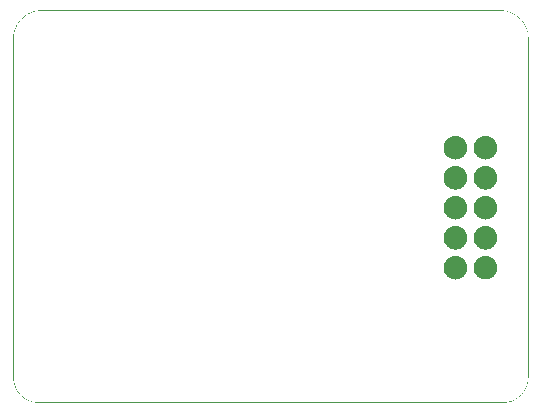
<source format=gbs>
%FSLAX46Y46*%
%MOMM*%
%LPD*%
G01*
%ADD10C,0.050000*%
D10*
%LPD*%
%LPD*%
G36*
X0006498742Y0036853472D02*
G01*
X0006438992Y0036848923D01*
X0006379660Y0036842895D01*
X0006320771Y0036835406D01*
X0006262336Y0036826474D01*
X0006204380Y0036816119D01*
X0006146915Y0036804358D01*
X0006089967Y0036791211D01*
X0006033548Y0036776694D01*
X0005977679Y0036760827D01*
X0005922381Y0036743629D01*
X0005867668Y0036725117D01*
X0005813561Y0036705309D01*
X0005760079Y0036684225D01*
X0005707240Y0036661884D01*
X0005655062Y0036638301D01*
X0005603565Y0036613498D01*
X0005552767Y0036587492D01*
X0005502685Y0036560301D01*
X0005453341Y0036531943D01*
X0005404752Y0036502439D01*
X0005356936Y0036471804D01*
X0005309912Y0036440057D01*
X0005263700Y0036407220D01*
X0005218318Y0036373308D01*
X0005173784Y0036338340D01*
X0005130117Y0036302334D01*
X0005087336Y0036265310D01*
X0005045461Y0036227287D01*
X0005004509Y0036188281D01*
X0004964498Y0036148312D01*
X0004925449Y0036107397D01*
X0004887379Y0036065557D01*
X0004850308Y0036022809D01*
X0004814254Y0035979172D01*
X0004779234Y0035934662D01*
X0004745270Y0035889301D01*
X0004712380Y0035843107D01*
X0004680580Y0035796097D01*
X0004649891Y0035748289D01*
X0004620332Y0035699703D01*
X0004591920Y0035650358D01*
X0004564674Y0035600270D01*
X0004538614Y0035549460D01*
X0004513758Y0035497944D01*
X0004490123Y0035445743D01*
X0004467730Y0035392872D01*
X0004446597Y0035339354D01*
X0004426741Y0035285203D01*
X0004408183Y0035230441D01*
X0004390940Y0035175082D01*
X0004375032Y0035119149D01*
X0004360476Y0035062657D01*
X0004347292Y0035005627D01*
X0004335497Y0034948073D01*
X0004325112Y0034890018D01*
X0004316154Y0034831477D01*
X0004308643Y0034772470D01*
X0004302596Y0034713015D01*
X0004298032Y0034653128D01*
X0004294971Y0034592830D01*
X0004293431Y0034532102D01*
X0004293302Y0034501593D01*
X0004293302Y0005930220D01*
X0004293419Y0005899714D01*
X0004294824Y0005839107D01*
X0004297615Y0005779085D01*
X0004301778Y0005719625D01*
X0004307297Y0005660742D01*
X0004314156Y0005602445D01*
X0004322339Y0005544754D01*
X0004331829Y0005487676D01*
X0004342612Y0005431228D01*
X0004354671Y0005375422D01*
X0004367991Y0005320270D01*
X0004382555Y0005265786D01*
X0004398348Y0005211985D01*
X0004415353Y0005158879D01*
X0004433556Y0005106479D01*
X0004452940Y0005054801D01*
X0004473490Y0005003857D01*
X0004495189Y0004953662D01*
X0004518023Y0004904227D01*
X0004541974Y0004855568D01*
X0004567029Y0004807692D01*
X0004593170Y0004760620D01*
X0004620382Y0004714361D01*
X0004648650Y0004668929D01*
X0004677958Y0004624336D01*
X0004708289Y0004580600D01*
X0004739630Y0004537727D01*
X0004771962Y0004495737D01*
X0004805272Y0004454639D01*
X0004839543Y0004414449D01*
X0004874761Y0004375178D01*
X0004910909Y0004336840D01*
X0004947970Y0004299452D01*
X0004985932Y0004263021D01*
X0005024776Y0004227565D01*
X0005064488Y0004193095D01*
X0005105052Y0004159627D01*
X0005146454Y0004127170D01*
X0005188676Y0004095741D01*
X0005231703Y0004065353D01*
X0005275521Y0004036019D01*
X0005320113Y0004007751D01*
X0005365463Y0003980564D01*
X0005411556Y0003954472D01*
X0005458379Y0003929486D01*
X0005505912Y0003905621D01*
X0005554141Y0003882892D01*
X0005603052Y0003861309D01*
X0005652630Y0003840888D01*
X0005702855Y0003821642D01*
X0005753717Y0003803583D01*
X0005805199Y0003786726D01*
X0005857281Y0003771085D01*
X0005909953Y0003756673D01*
X0005963198Y0003743503D01*
X0006016999Y0003731588D01*
X0006071342Y0003720943D01*
X0006126212Y0003711581D01*
X0006181591Y0003703515D01*
X0006237465Y0003696760D01*
X0006293821Y0003691328D01*
X0006350640Y0003687234D01*
X0006407907Y0003684491D01*
X0006465642Y0003683112D01*
X0006494668Y0003682997D01*
X0045698751Y0003682997D01*
X0045724472Y0003683112D01*
X0045775898Y0003684489D01*
X0045827195Y0003687227D01*
X0045878381Y0003691315D01*
X0045929432Y0003696739D01*
X0045980289Y0003703481D01*
X0046056311Y0003715892D01*
X0046156905Y0003737171D01*
X0046256410Y0003763495D01*
X0046354673Y0003794765D01*
X0046451506Y0003830874D01*
X0046546722Y0003871716D01*
X0046640130Y0003917183D01*
X0046731543Y0003967167D01*
X0046820772Y0004021562D01*
X0046907628Y0004080259D01*
X0046991923Y0004143151D01*
X0047073468Y0004210128D01*
X0047152075Y0004281083D01*
X0047227556Y0004355908D01*
X0047299723Y0004434494D01*
X0047368388Y0004516731D01*
X0047433364Y0004602514D01*
X0047494483Y0004691761D01*
X0047537521Y0004760969D01*
X0047564969Y0004808022D01*
X0047591363Y0004855907D01*
X0047616658Y0004904576D01*
X0047640832Y0004954016D01*
X0047663861Y0005004214D01*
X0047685724Y0005055159D01*
X0047706395Y0005106832D01*
X0047725853Y0005159228D01*
X0047744072Y0005212326D01*
X0047761030Y0005266115D01*
X0047776704Y0005320584D01*
X0047791071Y0005375719D01*
X0047804106Y0005431505D01*
X0047815787Y0005487930D01*
X0047826090Y0005544981D01*
X0047834992Y0005602646D01*
X0047842469Y0005660909D01*
X0047848497Y0005719760D01*
X0047853054Y0005779183D01*
X0047856116Y0005839167D01*
X0047857659Y0005899738D01*
X0047857789Y0005930222D01*
X0047857789Y0034501594D01*
X0047857660Y0034532103D01*
X0047856124Y0034592832D01*
X0047853073Y0034653131D01*
X0047848524Y0034713019D01*
X0047842495Y0034772476D01*
X0047835006Y0034831485D01*
X0047826075Y0034890025D01*
X0047815719Y0034948083D01*
X0047803958Y0035005636D01*
X0047790810Y0035062668D01*
X0047776293Y0035119160D01*
X0047760427Y0035175095D01*
X0047743228Y0035230453D01*
X0047724716Y0035285216D01*
X0047704909Y0035339367D01*
X0047683825Y0035392885D01*
X0047661483Y0035445756D01*
X0047637901Y0035497957D01*
X0047613098Y0035549474D01*
X0047587092Y0035600283D01*
X0047559901Y0035650371D01*
X0047531544Y0035699717D01*
X0047502040Y0035748301D01*
X0047471405Y0035796109D01*
X0047439660Y0035843119D01*
X0047406823Y0035889312D01*
X0047372911Y0035934673D01*
X0047337944Y0035979180D01*
X0047301939Y0036022818D01*
X0047264916Y0036065565D01*
X0047226893Y0036107405D01*
X0047187887Y0036148319D01*
X0047147920Y0036188286D01*
X0047107005Y0036227292D01*
X0047065166Y0036265315D01*
X0047022419Y0036302338D01*
X0046978781Y0036338343D01*
X0046934274Y0036373310D01*
X0046888913Y0036407222D01*
X0046842719Y0036440059D01*
X0046795710Y0036471804D01*
X0046747902Y0036502439D01*
X0046699318Y0036531943D01*
X0046649972Y0036560300D01*
X0046599883Y0036587492D01*
X0046549074Y0036613497D01*
X0046497558Y0036638301D01*
X0046445357Y0036661882D01*
X0046392486Y0036684225D01*
X0046338968Y0036705308D01*
X0046284817Y0036725115D01*
X0046230054Y0036743627D01*
X0046174695Y0036760826D01*
X0046118761Y0036776693D01*
X0046062268Y0036791209D01*
X0046005236Y0036804357D01*
X0045947684Y0036816118D01*
X0045889626Y0036826474D01*
X0045831086Y0036835405D01*
X0045772077Y0036842895D01*
X0045712620Y0036848923D01*
X0045652732Y0036853472D01*
X0045592433Y0036856523D01*
X0045531703Y0036858059D01*
X0045501194Y0036858188D01*
X0006649896Y0036858188D01*
X0045599205Y0036891504D01*
X0045654960Y0036888682D01*
X0045715736Y0036884066D01*
X0045776078Y0036877948D01*
X0045835967Y0036870347D01*
X0045895385Y0036861281D01*
X0045954313Y0036850770D01*
X0046012732Y0036838832D01*
X0046070623Y0036825486D01*
X0046127966Y0036810751D01*
X0046184744Y0036794645D01*
X0046240937Y0036777187D01*
X0046296527Y0036758396D01*
X0046351494Y0036738290D01*
X0046405820Y0036716888D01*
X0046459487Y0036694210D01*
X0046512474Y0036670273D01*
X0046564765Y0036645096D01*
X0046616339Y0036618699D01*
X0046667178Y0036591100D01*
X0046717264Y0036562318D01*
X0046766577Y0036532371D01*
X0046815100Y0036501278D01*
X0046862813Y0036469058D01*
X0046909698Y0036435730D01*
X0046955735Y0036401312D01*
X0047000908Y0036365823D01*
X0047045195Y0036329281D01*
X0047088580Y0036291706D01*
X0047131044Y0036253116D01*
X0047172566Y0036213530D01*
X0047213130Y0036172966D01*
X0047252717Y0036131443D01*
X0047291307Y0036088979D01*
X0047328882Y0036045595D01*
X0047365423Y0036001307D01*
X0047400913Y0035956135D01*
X0047435331Y0035910097D01*
X0047468659Y0035863212D01*
X0047500879Y0035815499D01*
X0047531972Y0035766977D01*
X0047561919Y0035717663D01*
X0047590701Y0035667577D01*
X0047618300Y0035616738D01*
X0047644697Y0035565164D01*
X0047669874Y0035512873D01*
X0047693810Y0035459886D01*
X0047716489Y0035406219D01*
X0047737891Y0035351893D01*
X0047757996Y0035296926D01*
X0047776788Y0035241336D01*
X0047794246Y0035185143D01*
X0047810352Y0035128365D01*
X0047825087Y0035071022D01*
X0047838433Y0035013131D01*
X0047850371Y0034954712D01*
X0047860882Y0034895784D01*
X0047869947Y0034836366D01*
X0047877548Y0034776477D01*
X0047883667Y0034716135D01*
X0047888283Y0034655360D01*
X0047891379Y0034594170D01*
X0047892936Y0034532622D01*
X0047893066Y0034501672D01*
X0047893066Y0005930151D01*
X0047892935Y0005899213D01*
X0047891371Y0005837819D01*
X0047888263Y0005776935D01*
X0047883637Y0005716613D01*
X0047877517Y0005656866D01*
X0047869925Y0005597708D01*
X0047860886Y0005539155D01*
X0047850423Y0005481219D01*
X0047838561Y0005423915D01*
X0047825321Y0005367256D01*
X0047810730Y0005311258D01*
X0047794809Y0005255933D01*
X0047777584Y0005201296D01*
X0047759077Y0005147360D01*
X0047739313Y0005094140D01*
X0047718315Y0005041649D01*
X0047696108Y0004989901D01*
X0047672715Y0004938911D01*
X0047648160Y0004888691D01*
X0047622466Y0004839255D01*
X0047595658Y0004790618D01*
X0047567741Y0004742762D01*
X0047524030Y0004672471D01*
X0047461994Y0004581885D01*
X0047396004Y0004494764D01*
X0047326269Y0004411245D01*
X0047252980Y0004331437D01*
X0047176325Y0004255449D01*
X0047096495Y0004183390D01*
X0047013678Y0004115368D01*
X0046928064Y0004051492D01*
X0046839840Y0003991870D01*
X0046749197Y0003936613D01*
X0046656322Y0003885829D01*
X0046561403Y0003839627D01*
X0046464630Y0003798117D01*
X0046366192Y0003761409D01*
X0046266276Y0003729614D01*
X0046165072Y0003702840D01*
X0046062806Y0003681207D01*
X0045985450Y0003668579D01*
X0045933615Y0003661707D01*
X0045881650Y0003656186D01*
X0045829540Y0003652024D01*
X0045777310Y0003649236D01*
X0045725024Y0003647836D01*
X0045698830Y0003647719D01*
X0006494598Y0003647719D01*
X0006465152Y0003647836D01*
X0006406642Y0003649234D01*
X0006348528Y0003652017D01*
X0006290860Y0003656173D01*
X0006233656Y0003661686D01*
X0006176931Y0003668544D01*
X0006120702Y0003676734D01*
X0006064984Y0003686240D01*
X0006009793Y0003697051D01*
X0005955147Y0003709153D01*
X0005901061Y0003722531D01*
X0005847551Y0003737173D01*
X0005794634Y0003753065D01*
X0005742325Y0003770193D01*
X0005690641Y0003788543D01*
X0005639598Y0003808102D01*
X0005589212Y0003828857D01*
X0005539499Y0003850793D01*
X0005490475Y0003873897D01*
X0005442157Y0003898156D01*
X0005394560Y0003923555D01*
X0005347701Y0003950081D01*
X0005301596Y0003977720D01*
X0005256261Y0004006459D01*
X0005211712Y0004036283D01*
X0005167965Y0004067180D01*
X0005125036Y0004099135D01*
X0005082941Y0004132134D01*
X0005041697Y0004166165D01*
X0005001319Y0004201212D01*
X0004961823Y0004237263D01*
X0004923226Y0004274303D01*
X0004885543Y0004312319D01*
X0004848791Y0004351297D01*
X0004812986Y0004391224D01*
X0004778143Y0004432084D01*
X0004744279Y0004473865D01*
X0004711409Y0004516553D01*
X0004679550Y0004560134D01*
X0004648718Y0004604594D01*
X0004618929Y0004649919D01*
X0004590198Y0004696096D01*
X0004562541Y0004743110D01*
X0004535975Y0004790948D01*
X0004510516Y0004839595D01*
X0004486179Y0004889039D01*
X0004462980Y0004939265D01*
X0004440936Y0004990258D01*
X0004420062Y0005042006D01*
X0004400374Y0005094494D01*
X0004381888Y0005147709D01*
X0004364619Y0005201636D01*
X0004348585Y0005256262D01*
X0004333799Y0005311572D01*
X0004320279Y0005367554D01*
X0004308041Y0005424192D01*
X0004297099Y0005481473D01*
X0004287470Y0005539382D01*
X0004279169Y0005597907D01*
X0004272212Y0005657033D01*
X0004266616Y0005716747D01*
X0004262395Y0005777033D01*
X0004259565Y0005837879D01*
X0004258143Y0005899237D01*
X0004258024Y0005930155D01*
X0004258024Y0034501672D01*
X0004258155Y0034532623D01*
X0004259716Y0034594172D01*
X0004262823Y0034655363D01*
X0004267454Y0034716140D01*
X0004273591Y0034776483D01*
X0004281215Y0034836373D01*
X0004290308Y0034895793D01*
X0004300849Y0034954722D01*
X0004312821Y0035013141D01*
X0004326204Y0035071033D01*
X0004340979Y0035128377D01*
X0004357128Y0035185155D01*
X0004374631Y0035241349D01*
X0004393470Y0035296939D01*
X0004413625Y0035351906D01*
X0004435077Y0035406233D01*
X0004457808Y0035459899D01*
X0004481798Y0035512887D01*
X0004507028Y0035565177D01*
X0004533480Y0035616751D01*
X0004561134Y0035667590D01*
X0004589972Y0035717676D01*
X0004619974Y0035766989D01*
X0004651122Y0035815511D01*
X0004683396Y0035863223D01*
X0004716778Y0035910108D01*
X0004751249Y0035956145D01*
X0004786789Y0036001316D01*
X0004823380Y0036045603D01*
X0004861003Y0036088988D01*
X0004899639Y0036131450D01*
X0004939268Y0036172972D01*
X0004979873Y0036213536D01*
X0005021434Y0036253121D01*
X0005063933Y0036291711D01*
X0005107350Y0036329285D01*
X0005151666Y0036365826D01*
X0005196863Y0036401314D01*
X0005242922Y0036435732D01*
X0005289823Y0036469060D01*
X0005337548Y0036501279D01*
X0005386078Y0036532371D01*
X0005435395Y0036562318D01*
X0005485478Y0036591100D01*
X0005536310Y0036618699D01*
X0005587870Y0036645096D01*
X0005640141Y0036670272D01*
X0005693104Y0036694208D01*
X0005746739Y0036716887D01*
X0005801027Y0036738288D01*
X0005855949Y0036758394D01*
X0005911487Y0036777185D01*
X0005967621Y0036794643D01*
X0006024332Y0036810750D01*
X0006081602Y0036825485D01*
X0006139410Y0036838831D01*
X0006197739Y0036850769D01*
X0006256568Y0036861280D01*
X0006269795Y0036863302D01*
X0006619469Y0036858059D01*
X0006558896Y0036856523D01*
G37*
G36*
X0045532223Y0036893335D02*
G01*
X0045593771Y0036891779D01*
X0045599205Y0036891504D01*
X0006649896Y0036858188D01*
X0006619469Y0036858059D01*
X0006269795Y0036863302D01*
X0006315879Y0036870346D01*
X0006375652Y0036877947D01*
X0006435869Y0036884065D01*
X0006496509Y0036888682D01*
X0006557555Y0036891778D01*
X0006618949Y0036893335D01*
X0006649818Y0036893466D01*
X0045501273Y0036893466D01*
G37*
%LPD*%
G36*
X0044267730Y0016093325D02*
G01*
X0044319003Y0016090421D01*
X0044369562Y0016085007D01*
X0044419344Y0016077144D01*
X0044468287Y0016066897D01*
X0044516328Y0016054327D01*
X0044563404Y0016039497D01*
X0044609452Y0016022470D01*
X0044654411Y0016003308D01*
X0044698216Y0015982075D01*
X0044740807Y0015958832D01*
X0044782119Y0015933643D01*
X0044822091Y0015906570D01*
X0044860659Y0015877675D01*
X0044897761Y0015847022D01*
X0044933335Y0015814673D01*
X0044967318Y0015780690D01*
X0044999646Y0015745137D01*
X0045030258Y0015708076D01*
X0045059090Y0015669570D01*
X0045086081Y0015629681D01*
X0045111167Y0015588472D01*
X0045134286Y0015546006D01*
X0045155374Y0015502345D01*
X0045174371Y0015457552D01*
X0045191212Y0015411689D01*
X0045205835Y0015364820D01*
X0045218177Y0015317007D01*
X0045228177Y0015268312D01*
X0045235770Y0015218799D01*
X0045240895Y0015168529D01*
X0045243489Y0015117566D01*
X0045243708Y0015091819D01*
X0045243489Y0015066072D01*
X0045240895Y0015015110D01*
X0045235770Y0014964842D01*
X0045228177Y0014915331D01*
X0045218177Y0014866642D01*
X0045205835Y0014818836D01*
X0045191212Y0014771979D01*
X0045174371Y0014726132D01*
X0045155374Y0014681360D01*
X0045134286Y0014637725D01*
X0045111167Y0014595291D01*
X0045086081Y0014554121D01*
X0045059090Y0014514278D01*
X0045030258Y0014475827D01*
X0044999646Y0014438829D01*
X0044967318Y0014403349D01*
X0044933335Y0014369449D01*
X0044897761Y0014337193D01*
X0044860659Y0014306645D01*
X0044822091Y0014277867D01*
X0044782119Y0014250923D01*
X0044740807Y0014225876D01*
X0044698216Y0014202789D01*
X0044654411Y0014181727D01*
X0044609452Y0014162751D01*
X0044563404Y0014145926D01*
X0044516328Y0014131314D01*
X0044468287Y0014118980D01*
X0044419344Y0014108986D01*
X0044369562Y0014101395D01*
X0044319003Y0014096271D01*
X0044267730Y0014093678D01*
X0044241820Y0014093459D01*
X0044216073Y0014093678D01*
X0044165110Y0014096271D01*
X0044114842Y0014101395D01*
X0044065332Y0014108986D01*
X0044016642Y0014118980D01*
X0043968837Y0014131314D01*
X0043921979Y0014145926D01*
X0043876133Y0014162751D01*
X0043831360Y0014181727D01*
X0043787725Y0014202789D01*
X0043745291Y0014225876D01*
X0043704121Y0014250923D01*
X0043664279Y0014277867D01*
X0043625827Y0014306645D01*
X0043588830Y0014337193D01*
X0043553349Y0014369449D01*
X0043519449Y0014403349D01*
X0043487194Y0014438829D01*
X0043456645Y0014475827D01*
X0043427867Y0014514278D01*
X0043400923Y0014554121D01*
X0043375876Y0014595291D01*
X0043352790Y0014637725D01*
X0043331727Y0014681360D01*
X0043312752Y0014726132D01*
X0043295927Y0014771979D01*
X0043281315Y0014818836D01*
X0043268980Y0014866642D01*
X0043258986Y0014915331D01*
X0043251396Y0014964842D01*
X0043246272Y0015015110D01*
X0043243678Y0015066072D01*
X0043243460Y0015091819D01*
X0043243678Y0015117730D01*
X0043246272Y0015169003D01*
X0043251396Y0015219562D01*
X0043258986Y0015269344D01*
X0043268980Y0015318287D01*
X0043281315Y0015366327D01*
X0043295927Y0015413403D01*
X0043312752Y0015459452D01*
X0043331727Y0015504410D01*
X0043352790Y0015548216D01*
X0043375876Y0015590806D01*
X0043400923Y0015632118D01*
X0043427867Y0015672090D01*
X0043456645Y0015710658D01*
X0043487194Y0015747761D01*
X0043519449Y0015783335D01*
X0043553349Y0015817317D01*
X0043588830Y0015849645D01*
X0043625827Y0015880257D01*
X0043664279Y0015909090D01*
X0043704121Y0015936080D01*
X0043745291Y0015961166D01*
X0043787725Y0015984285D01*
X0043831360Y0016005374D01*
X0043876133Y0016024370D01*
X0043921979Y0016041211D01*
X0043968837Y0016055834D01*
X0044016642Y0016068177D01*
X0044065332Y0016078176D01*
X0044114842Y0016085770D01*
X0044165110Y0016090895D01*
X0044216073Y0016093488D01*
X0044241820Y0016093707D01*
G37*
%LPD*%
G36*
X0041727733Y0016089961D02*
G01*
X0041779006Y0016087367D01*
X0041829565Y0016082242D01*
X0041879347Y0016074648D01*
X0041928289Y0016064649D01*
X0041976330Y0016052306D01*
X0042023406Y0016037683D01*
X0042069454Y0016020842D01*
X0042114413Y0016001846D01*
X0042158219Y0015980757D01*
X0042200809Y0015957638D01*
X0042242121Y0015932552D01*
X0042282093Y0015905562D01*
X0042320661Y0015876729D01*
X0042357764Y0015846118D01*
X0042393337Y0015813789D01*
X0042427320Y0015779807D01*
X0042459648Y0015744233D01*
X0042490260Y0015707131D01*
X0042519093Y0015668562D01*
X0042546083Y0015628591D01*
X0042571169Y0015587278D01*
X0042594288Y0015544688D01*
X0042615377Y0015500882D01*
X0042634373Y0015455924D01*
X0042651214Y0015409875D01*
X0042665837Y0015362799D01*
X0042678180Y0015314759D01*
X0042688179Y0015265816D01*
X0042695773Y0015216034D01*
X0042700898Y0015165475D01*
X0042703491Y0015114202D01*
X0042703710Y0015088291D01*
X0042703491Y0015062545D01*
X0042700898Y0015011582D01*
X0042695773Y0014961314D01*
X0042688179Y0014911803D01*
X0042678180Y0014863114D01*
X0042665837Y0014815309D01*
X0042651214Y0014768451D01*
X0042634373Y0014722604D01*
X0042615377Y0014677832D01*
X0042594288Y0014634197D01*
X0042571169Y0014591763D01*
X0042546083Y0014550593D01*
X0042519093Y0014510751D01*
X0042490260Y0014472299D01*
X0042459648Y0014435301D01*
X0042427320Y0014399821D01*
X0042393337Y0014365921D01*
X0042357764Y0014333665D01*
X0042320661Y0014303117D01*
X0042282093Y0014274339D01*
X0042242121Y0014247395D01*
X0042200809Y0014222348D01*
X0042158219Y0014199262D01*
X0042114413Y0014178199D01*
X0042069454Y0014159223D01*
X0042023406Y0014142398D01*
X0041976330Y0014127787D01*
X0041928289Y0014115452D01*
X0041879347Y0014105458D01*
X0041829565Y0014097867D01*
X0041779006Y0014092744D01*
X0041727733Y0014090150D01*
X0041701822Y0014089931D01*
X0041676075Y0014090150D01*
X0041625113Y0014092744D01*
X0041574845Y0014097867D01*
X0041525334Y0014105458D01*
X0041476645Y0014115452D01*
X0041428839Y0014127787D01*
X0041381982Y0014142398D01*
X0041336135Y0014159223D01*
X0041291363Y0014178199D01*
X0041247728Y0014199262D01*
X0041205294Y0014222348D01*
X0041164124Y0014247395D01*
X0041124281Y0014274339D01*
X0041085830Y0014303117D01*
X0041048832Y0014333665D01*
X0041013352Y0014365921D01*
X0040979452Y0014399821D01*
X0040947196Y0014435301D01*
X0040916648Y0014472299D01*
X0040887870Y0014510751D01*
X0040860926Y0014550593D01*
X0040835879Y0014591763D01*
X0040812792Y0014634197D01*
X0040791730Y0014677832D01*
X0040772754Y0014722604D01*
X0040755929Y0014768451D01*
X0040741317Y0014815309D01*
X0040728983Y0014863114D01*
X0040718989Y0014911803D01*
X0040711398Y0014961314D01*
X0040706274Y0015011582D01*
X0040703681Y0015062545D01*
X0040703462Y0015088291D01*
X0040703681Y0015114202D01*
X0040706274Y0015165475D01*
X0040711398Y0015216034D01*
X0040718989Y0015265816D01*
X0040728983Y0015314759D01*
X0040741317Y0015362799D01*
X0040755929Y0015409875D01*
X0040772754Y0015455924D01*
X0040791730Y0015500882D01*
X0040812792Y0015544688D01*
X0040835879Y0015587278D01*
X0040860926Y0015628591D01*
X0040887870Y0015668562D01*
X0040916648Y0015707131D01*
X0040947196Y0015744233D01*
X0040979452Y0015779807D01*
X0041013352Y0015813789D01*
X0041048832Y0015846118D01*
X0041085830Y0015876729D01*
X0041124281Y0015905562D01*
X0041164124Y0015932552D01*
X0041205294Y0015957638D01*
X0041247728Y0015980757D01*
X0041291363Y0016001846D01*
X0041336135Y0016020842D01*
X0041381982Y0016037683D01*
X0041428839Y0016052306D01*
X0041476645Y0016064649D01*
X0041525334Y0016074648D01*
X0041574845Y0016082242D01*
X0041625113Y0016087367D01*
X0041676075Y0016089961D01*
X0041701822Y0016090179D01*
G37*
%LPD*%
G36*
X0044267730Y0018626594D02*
G01*
X0044319003Y0018624311D01*
X0044369562Y0018619476D01*
X0044419344Y0018612155D01*
X0044468287Y0018602408D01*
X0044516328Y0018590301D01*
X0044563404Y0018575896D01*
X0044609452Y0018559257D01*
X0044654411Y0018540447D01*
X0044698216Y0018519529D01*
X0044740807Y0018496567D01*
X0044782119Y0018471623D01*
X0044822091Y0018444762D01*
X0044860659Y0018416046D01*
X0044897761Y0018385539D01*
X0044933335Y0018353304D01*
X0044967318Y0018319404D01*
X0044999646Y0018283903D01*
X0045030258Y0018246864D01*
X0045059090Y0018208350D01*
X0045086081Y0018168425D01*
X0045111167Y0018127152D01*
X0045134286Y0018084594D01*
X0045155374Y0018040814D01*
X0045174371Y0017995876D01*
X0045191212Y0017949843D01*
X0045205835Y0017902779D01*
X0045218177Y0017854747D01*
X0045228177Y0017805809D01*
X0045235770Y0017756030D01*
X0045240895Y0017705472D01*
X0045243489Y0017654200D01*
X0045243708Y0017628289D01*
X0045243489Y0017602379D01*
X0045240895Y0017551106D01*
X0045235770Y0017500547D01*
X0045228177Y0017450765D01*
X0045218177Y0017401822D01*
X0045205835Y0017353781D01*
X0045191212Y0017306705D01*
X0045174371Y0017260657D01*
X0045155374Y0017215698D01*
X0045134286Y0017171893D01*
X0045111167Y0017129302D01*
X0045086081Y0017087990D01*
X0045059090Y0017048018D01*
X0045030258Y0017009450D01*
X0044999646Y0016972348D01*
X0044967318Y0016936774D01*
X0044933335Y0016902791D01*
X0044897761Y0016870463D01*
X0044860659Y0016839851D01*
X0044822091Y0016811019D01*
X0044782119Y0016784028D01*
X0044740807Y0016758942D01*
X0044698216Y0016735823D01*
X0044654411Y0016714735D01*
X0044609452Y0016695738D01*
X0044563404Y0016678897D01*
X0044516328Y0016664274D01*
X0044468287Y0016651932D01*
X0044419344Y0016641932D01*
X0044369562Y0016634339D01*
X0044319003Y0016629214D01*
X0044267730Y0016626620D01*
X0044241820Y0016626401D01*
X0044216073Y0016626620D01*
X0044165110Y0016629214D01*
X0044114842Y0016634339D01*
X0044065332Y0016641932D01*
X0044016642Y0016651932D01*
X0043968837Y0016664274D01*
X0043921979Y0016678897D01*
X0043876133Y0016695738D01*
X0043831360Y0016714735D01*
X0043787725Y0016735823D01*
X0043745291Y0016758942D01*
X0043704121Y0016784028D01*
X0043664279Y0016811019D01*
X0043625827Y0016839851D01*
X0043588830Y0016870463D01*
X0043553349Y0016902791D01*
X0043519449Y0016936774D01*
X0043487194Y0016972348D01*
X0043456645Y0017009450D01*
X0043427867Y0017048018D01*
X0043400923Y0017087990D01*
X0043375876Y0017129302D01*
X0043352790Y0017171893D01*
X0043331727Y0017215698D01*
X0043312752Y0017260657D01*
X0043295927Y0017306705D01*
X0043281315Y0017353781D01*
X0043268980Y0017401822D01*
X0043258986Y0017450765D01*
X0043251396Y0017500547D01*
X0043246272Y0017551106D01*
X0043243678Y0017602379D01*
X0043243460Y0017628289D01*
X0043243678Y0017654036D01*
X0043246272Y0017704999D01*
X0043251396Y0017755267D01*
X0043258986Y0017804777D01*
X0043268980Y0017853467D01*
X0043281315Y0017901272D01*
X0043295927Y0017948130D01*
X0043312752Y0017993976D01*
X0043331727Y0018038749D01*
X0043352790Y0018082384D01*
X0043375876Y0018124818D01*
X0043400923Y0018165987D01*
X0043427867Y0018205830D01*
X0043456645Y0018244282D01*
X0043487194Y0018281279D01*
X0043519449Y0018316760D01*
X0043553349Y0018350660D01*
X0043588830Y0018382915D01*
X0043625827Y0018413464D01*
X0043664279Y0018442242D01*
X0043704121Y0018469186D01*
X0043745291Y0018494233D01*
X0043787725Y0018517319D01*
X0043831360Y0018538382D01*
X0043876133Y0018557357D01*
X0043921979Y0018574182D01*
X0043968837Y0018588794D01*
X0044016642Y0018601128D01*
X0044065332Y0018611123D01*
X0044114842Y0018618713D01*
X0044165110Y0018623837D01*
X0044216073Y0018626431D01*
X0044241820Y0018626649D01*
G37*
%LPD*%
G36*
X0044267730Y0021169956D02*
G01*
X0044319003Y0021167362D01*
X0044369562Y0021162237D01*
X0044419344Y0021154644D01*
X0044468287Y0021144644D01*
X0044516328Y0021132302D01*
X0044563404Y0021117678D01*
X0044609452Y0021100837D01*
X0044654411Y0021081841D01*
X0044698216Y0021060752D01*
X0044740807Y0021037634D01*
X0044782119Y0021012548D01*
X0044822091Y0020985557D01*
X0044860659Y0020956725D01*
X0044897761Y0020926113D01*
X0044933335Y0020893784D01*
X0044967318Y0020859802D01*
X0044999646Y0020824228D01*
X0045030258Y0020787126D01*
X0045059090Y0020748558D01*
X0045086081Y0020708586D01*
X0045111167Y0020667274D01*
X0045134286Y0020624683D01*
X0045155374Y0020580877D01*
X0045174371Y0020535919D01*
X0045191212Y0020489870D01*
X0045205835Y0020442795D01*
X0045218177Y0020394754D01*
X0045228177Y0020345811D01*
X0045235770Y0020296029D01*
X0045240895Y0020245470D01*
X0045243489Y0020194197D01*
X0045243708Y0020168287D01*
X0045243489Y0020142540D01*
X0045240895Y0020091577D01*
X0045235770Y0020041309D01*
X0045228177Y0019991799D01*
X0045218177Y0019943109D01*
X0045205835Y0019895304D01*
X0045191212Y0019848446D01*
X0045174371Y0019802600D01*
X0045155374Y0019757827D01*
X0045134286Y0019714192D01*
X0045111167Y0019671758D01*
X0045086081Y0019630588D01*
X0045059090Y0019590746D01*
X0045030258Y0019552294D01*
X0044999646Y0019515296D01*
X0044967318Y0019479816D01*
X0044933335Y0019445916D01*
X0044897761Y0019413661D01*
X0044860659Y0019383112D01*
X0044822091Y0019354334D01*
X0044782119Y0019327390D01*
X0044740807Y0019302343D01*
X0044698216Y0019279257D01*
X0044654411Y0019258194D01*
X0044609452Y0019239219D01*
X0044563404Y0019222393D01*
X0044516328Y0019207782D01*
X0044468287Y0019195447D01*
X0044419344Y0019185453D01*
X0044369562Y0019177863D01*
X0044319003Y0019172739D01*
X0044267730Y0019170145D01*
X0044241820Y0019169927D01*
X0044216073Y0019170145D01*
X0044165110Y0019172739D01*
X0044114842Y0019177863D01*
X0044065332Y0019185453D01*
X0044016642Y0019195447D01*
X0043968837Y0019207782D01*
X0043921979Y0019222393D01*
X0043876133Y0019239219D01*
X0043831360Y0019258194D01*
X0043787725Y0019279257D01*
X0043745291Y0019302343D01*
X0043704121Y0019327390D01*
X0043664279Y0019354334D01*
X0043625827Y0019383112D01*
X0043588830Y0019413661D01*
X0043553349Y0019445916D01*
X0043519449Y0019479816D01*
X0043487194Y0019515296D01*
X0043456645Y0019552294D01*
X0043427867Y0019590746D01*
X0043400923Y0019630588D01*
X0043375876Y0019671758D01*
X0043352790Y0019714192D01*
X0043331727Y0019757827D01*
X0043312752Y0019802600D01*
X0043295927Y0019848446D01*
X0043281315Y0019895304D01*
X0043268980Y0019943109D01*
X0043258986Y0019991799D01*
X0043251396Y0020041309D01*
X0043246272Y0020091577D01*
X0043243678Y0020142540D01*
X0043243460Y0020168287D01*
X0043243678Y0020194197D01*
X0043246272Y0020245470D01*
X0043251396Y0020296029D01*
X0043258986Y0020345811D01*
X0043268980Y0020394754D01*
X0043281315Y0020442795D01*
X0043295927Y0020489870D01*
X0043312752Y0020535919D01*
X0043331727Y0020580877D01*
X0043352790Y0020624683D01*
X0043375876Y0020667274D01*
X0043400923Y0020708586D01*
X0043427867Y0020748558D01*
X0043456645Y0020787126D01*
X0043487194Y0020824228D01*
X0043519449Y0020859802D01*
X0043553349Y0020893784D01*
X0043588830Y0020926113D01*
X0043625827Y0020956725D01*
X0043664279Y0020985557D01*
X0043704121Y0021012548D01*
X0043745291Y0021037634D01*
X0043787725Y0021060752D01*
X0043831360Y0021081841D01*
X0043876133Y0021100837D01*
X0043921979Y0021117678D01*
X0043968837Y0021132302D01*
X0044016642Y0021144644D01*
X0044065332Y0021154644D01*
X0044114842Y0021162237D01*
X0044165110Y0021167362D01*
X0044216073Y0021169956D01*
X0044241820Y0021170175D01*
G37*
%LPD*%
G36*
X0041727733Y0018626594D02*
G01*
X0041779006Y0018624311D01*
X0041829565Y0018619476D01*
X0041879347Y0018612155D01*
X0041928289Y0018602408D01*
X0041976330Y0018590301D01*
X0042023406Y0018575896D01*
X0042069454Y0018559257D01*
X0042114413Y0018540447D01*
X0042158219Y0018519529D01*
X0042200809Y0018496567D01*
X0042242121Y0018471623D01*
X0042282093Y0018444762D01*
X0042320661Y0018416046D01*
X0042357764Y0018385539D01*
X0042393337Y0018353304D01*
X0042427320Y0018319404D01*
X0042459648Y0018283903D01*
X0042490260Y0018246864D01*
X0042519093Y0018208350D01*
X0042546083Y0018168425D01*
X0042571169Y0018127152D01*
X0042594288Y0018084594D01*
X0042615377Y0018040814D01*
X0042634373Y0017995876D01*
X0042651214Y0017949843D01*
X0042665837Y0017902779D01*
X0042678180Y0017854747D01*
X0042688179Y0017805809D01*
X0042695773Y0017756030D01*
X0042700898Y0017705472D01*
X0042703491Y0017654200D01*
X0042703710Y0017628289D01*
X0042703491Y0017602379D01*
X0042700898Y0017551106D01*
X0042695773Y0017500547D01*
X0042688179Y0017450765D01*
X0042678180Y0017401822D01*
X0042665837Y0017353781D01*
X0042651214Y0017306705D01*
X0042634373Y0017260657D01*
X0042615377Y0017215698D01*
X0042594288Y0017171893D01*
X0042571169Y0017129302D01*
X0042546083Y0017087990D01*
X0042519093Y0017048018D01*
X0042490260Y0017009450D01*
X0042459648Y0016972348D01*
X0042427320Y0016936774D01*
X0042393337Y0016902791D01*
X0042357764Y0016870463D01*
X0042320661Y0016839851D01*
X0042282093Y0016811019D01*
X0042242121Y0016784028D01*
X0042200809Y0016758942D01*
X0042158219Y0016735823D01*
X0042114413Y0016714735D01*
X0042069454Y0016695738D01*
X0042023406Y0016678897D01*
X0041976330Y0016664274D01*
X0041928289Y0016651932D01*
X0041879347Y0016641932D01*
X0041829565Y0016634339D01*
X0041779006Y0016629214D01*
X0041727733Y0016626620D01*
X0041701822Y0016626401D01*
X0041676075Y0016626620D01*
X0041625113Y0016629214D01*
X0041574845Y0016634339D01*
X0041525334Y0016641932D01*
X0041476645Y0016651932D01*
X0041428839Y0016664274D01*
X0041381982Y0016678897D01*
X0041336135Y0016695738D01*
X0041291363Y0016714735D01*
X0041247728Y0016735823D01*
X0041205294Y0016758942D01*
X0041164124Y0016784028D01*
X0041124281Y0016811019D01*
X0041085830Y0016839851D01*
X0041048832Y0016870463D01*
X0041013352Y0016902791D01*
X0040979452Y0016936774D01*
X0040947196Y0016972348D01*
X0040916648Y0017009450D01*
X0040887870Y0017048018D01*
X0040860926Y0017087990D01*
X0040835879Y0017129302D01*
X0040812792Y0017171893D01*
X0040791730Y0017215698D01*
X0040772754Y0017260657D01*
X0040755929Y0017306705D01*
X0040741317Y0017353781D01*
X0040728983Y0017401822D01*
X0040718989Y0017450765D01*
X0040711398Y0017500547D01*
X0040706274Y0017551106D01*
X0040703681Y0017602379D01*
X0040703462Y0017628289D01*
X0040703681Y0017654036D01*
X0040706274Y0017704999D01*
X0040711398Y0017755267D01*
X0040718989Y0017804777D01*
X0040728983Y0017853467D01*
X0040741317Y0017901272D01*
X0040755929Y0017948130D01*
X0040772754Y0017993976D01*
X0040791730Y0018038749D01*
X0040812792Y0018082384D01*
X0040835879Y0018124818D01*
X0040860926Y0018165987D01*
X0040887870Y0018205830D01*
X0040916648Y0018244282D01*
X0040947196Y0018281279D01*
X0040979452Y0018316760D01*
X0041013352Y0018350660D01*
X0041048832Y0018382915D01*
X0041085830Y0018413464D01*
X0041124281Y0018442242D01*
X0041164124Y0018469186D01*
X0041205294Y0018494233D01*
X0041247728Y0018517319D01*
X0041291363Y0018538382D01*
X0041336135Y0018557357D01*
X0041381982Y0018574182D01*
X0041428839Y0018588794D01*
X0041476645Y0018601128D01*
X0041525334Y0018611123D01*
X0041574845Y0018618713D01*
X0041625113Y0018623837D01*
X0041676075Y0018626431D01*
X0041701822Y0018626649D01*
G37*
%LPD*%
G36*
X0041727733Y0021169956D02*
G01*
X0041779006Y0021167362D01*
X0041829565Y0021162237D01*
X0041879347Y0021154644D01*
X0041928289Y0021144644D01*
X0041976330Y0021132302D01*
X0042023406Y0021117678D01*
X0042069454Y0021100837D01*
X0042114413Y0021081841D01*
X0042158219Y0021060752D01*
X0042200809Y0021037634D01*
X0042242121Y0021012548D01*
X0042282093Y0020985557D01*
X0042320661Y0020956725D01*
X0042357764Y0020926113D01*
X0042393337Y0020893784D01*
X0042427320Y0020859802D01*
X0042459648Y0020824228D01*
X0042490260Y0020787126D01*
X0042519093Y0020748558D01*
X0042546083Y0020708586D01*
X0042571169Y0020667274D01*
X0042594288Y0020624683D01*
X0042615377Y0020580877D01*
X0042634373Y0020535919D01*
X0042651214Y0020489870D01*
X0042665837Y0020442795D01*
X0042678180Y0020394754D01*
X0042688179Y0020345811D01*
X0042695773Y0020296029D01*
X0042700898Y0020245470D01*
X0042703491Y0020194197D01*
X0042703710Y0020168287D01*
X0042703491Y0020142540D01*
X0042700898Y0020091577D01*
X0042695773Y0020041309D01*
X0042688179Y0019991799D01*
X0042678180Y0019943109D01*
X0042665837Y0019895304D01*
X0042651214Y0019848446D01*
X0042634373Y0019802600D01*
X0042615377Y0019757827D01*
X0042594288Y0019714192D01*
X0042571169Y0019671758D01*
X0042546083Y0019630588D01*
X0042519093Y0019590746D01*
X0042490260Y0019552294D01*
X0042459648Y0019515296D01*
X0042427320Y0019479816D01*
X0042393337Y0019445916D01*
X0042357764Y0019413661D01*
X0042320661Y0019383112D01*
X0042282093Y0019354334D01*
X0042242121Y0019327390D01*
X0042200809Y0019302343D01*
X0042158219Y0019279257D01*
X0042114413Y0019258194D01*
X0042069454Y0019239219D01*
X0042023406Y0019222393D01*
X0041976330Y0019207782D01*
X0041928289Y0019195447D01*
X0041879347Y0019185453D01*
X0041829565Y0019177863D01*
X0041779006Y0019172739D01*
X0041727733Y0019170145D01*
X0041701822Y0019169927D01*
X0041676075Y0019170145D01*
X0041625113Y0019172739D01*
X0041574845Y0019177863D01*
X0041525334Y0019185453D01*
X0041476645Y0019195447D01*
X0041428839Y0019207782D01*
X0041381982Y0019222393D01*
X0041336135Y0019239219D01*
X0041291363Y0019258194D01*
X0041247728Y0019279257D01*
X0041205294Y0019302343D01*
X0041164124Y0019327390D01*
X0041124281Y0019354334D01*
X0041085830Y0019383112D01*
X0041048832Y0019413661D01*
X0041013352Y0019445916D01*
X0040979452Y0019479816D01*
X0040947196Y0019515296D01*
X0040916648Y0019552294D01*
X0040887870Y0019590746D01*
X0040860926Y0019630588D01*
X0040835879Y0019671758D01*
X0040812792Y0019714192D01*
X0040791730Y0019757827D01*
X0040772754Y0019802600D01*
X0040755929Y0019848446D01*
X0040741317Y0019895304D01*
X0040728983Y0019943109D01*
X0040718989Y0019991799D01*
X0040711398Y0020041309D01*
X0040706274Y0020091577D01*
X0040703681Y0020142540D01*
X0040703462Y0020168287D01*
X0040703681Y0020194197D01*
X0040706274Y0020245470D01*
X0040711398Y0020296029D01*
X0040718989Y0020345811D01*
X0040728983Y0020394754D01*
X0040741317Y0020442795D01*
X0040755929Y0020489870D01*
X0040772754Y0020535919D01*
X0040791730Y0020580877D01*
X0040812792Y0020624683D01*
X0040835879Y0020667274D01*
X0040860926Y0020708586D01*
X0040887870Y0020748558D01*
X0040916648Y0020787126D01*
X0040947196Y0020824228D01*
X0040979452Y0020859802D01*
X0041013352Y0020893784D01*
X0041048832Y0020926113D01*
X0041085830Y0020956725D01*
X0041124281Y0020985557D01*
X0041164124Y0021012548D01*
X0041205294Y0021037634D01*
X0041247728Y0021060752D01*
X0041291363Y0021081841D01*
X0041336135Y0021100837D01*
X0041381982Y0021117678D01*
X0041428839Y0021132302D01*
X0041476645Y0021144644D01*
X0041525334Y0021154644D01*
X0041574845Y0021162237D01*
X0041625113Y0021167362D01*
X0041676075Y0021169956D01*
X0041701822Y0021170175D01*
G37*
%LPD*%
G36*
X0044267730Y0023706589D02*
G01*
X0044319003Y0023704306D01*
X0044369562Y0023699472D01*
X0044419344Y0023692150D01*
X0044468287Y0023682404D01*
X0044516328Y0023670296D01*
X0044563404Y0023655892D01*
X0044609452Y0023639253D01*
X0044654411Y0023620442D01*
X0044698216Y0023599524D01*
X0044740807Y0023576562D01*
X0044782119Y0023551618D01*
X0044822091Y0023524757D01*
X0044860659Y0023496041D01*
X0044897761Y0023465534D01*
X0044933335Y0023433299D01*
X0044967318Y0023399399D01*
X0044999646Y0023363898D01*
X0045030258Y0023326859D01*
X0045059090Y0023288345D01*
X0045086081Y0023248420D01*
X0045111167Y0023207147D01*
X0045134286Y0023164589D01*
X0045155374Y0023120809D01*
X0045174371Y0023075871D01*
X0045191212Y0023029839D01*
X0045205835Y0022982774D01*
X0045218177Y0022934742D01*
X0045228177Y0022885804D01*
X0045235770Y0022836025D01*
X0045240895Y0022785468D01*
X0045243489Y0022734195D01*
X0045243708Y0022708284D01*
X0045243489Y0022682374D01*
X0045240895Y0022631101D01*
X0045235770Y0022580542D01*
X0045228177Y0022530760D01*
X0045218177Y0022481817D01*
X0045205835Y0022433777D01*
X0045191212Y0022386701D01*
X0045174371Y0022340652D01*
X0045155374Y0022295694D01*
X0045134286Y0022251888D01*
X0045111167Y0022209298D01*
X0045086081Y0022167985D01*
X0045059090Y0022128013D01*
X0045030258Y0022089445D01*
X0044999646Y0022052343D01*
X0044967318Y0022016769D01*
X0044933335Y0021982787D01*
X0044897761Y0021950458D01*
X0044860659Y0021919846D01*
X0044822091Y0021891014D01*
X0044782119Y0021864023D01*
X0044740807Y0021838937D01*
X0044698216Y0021815819D01*
X0044654411Y0021794730D01*
X0044609452Y0021775734D01*
X0044563404Y0021758893D01*
X0044516328Y0021744270D01*
X0044468287Y0021731927D01*
X0044419344Y0021721928D01*
X0044369562Y0021714334D01*
X0044319003Y0021709209D01*
X0044267730Y0021706615D01*
X0044241820Y0021706396D01*
X0044216073Y0021706615D01*
X0044165110Y0021709209D01*
X0044114842Y0021714334D01*
X0044065332Y0021721928D01*
X0044016642Y0021731927D01*
X0043968837Y0021744270D01*
X0043921979Y0021758893D01*
X0043876133Y0021775734D01*
X0043831360Y0021794730D01*
X0043787725Y0021815819D01*
X0043745291Y0021838937D01*
X0043704121Y0021864023D01*
X0043664279Y0021891014D01*
X0043625827Y0021919846D01*
X0043588830Y0021950458D01*
X0043553349Y0021982787D01*
X0043519449Y0022016769D01*
X0043487194Y0022052343D01*
X0043456645Y0022089445D01*
X0043427867Y0022128013D01*
X0043400923Y0022167985D01*
X0043375876Y0022209298D01*
X0043352790Y0022251888D01*
X0043331727Y0022295694D01*
X0043312752Y0022340652D01*
X0043295927Y0022386701D01*
X0043281315Y0022433777D01*
X0043268980Y0022481817D01*
X0043258986Y0022530760D01*
X0043251396Y0022580542D01*
X0043246272Y0022631101D01*
X0043243678Y0022682374D01*
X0043243460Y0022708284D01*
X0043243678Y0022734031D01*
X0043246272Y0022784994D01*
X0043251396Y0022835262D01*
X0043258986Y0022884773D01*
X0043268980Y0022933462D01*
X0043281315Y0022981267D01*
X0043295927Y0023028125D01*
X0043312752Y0023073971D01*
X0043331727Y0023118744D01*
X0043352790Y0023162379D01*
X0043375876Y0023204813D01*
X0043400923Y0023245983D01*
X0043427867Y0023285825D01*
X0043456645Y0023324277D01*
X0043487194Y0023361275D01*
X0043519449Y0023396755D01*
X0043553349Y0023430655D01*
X0043588830Y0023462911D01*
X0043625827Y0023493459D01*
X0043664279Y0023522237D01*
X0043704121Y0023549181D01*
X0043745291Y0023574228D01*
X0043787725Y0023597314D01*
X0043831360Y0023618377D01*
X0043876133Y0023637353D01*
X0043921979Y0023654178D01*
X0043968837Y0023668789D01*
X0044016642Y0023681124D01*
X0044065332Y0023691118D01*
X0044114842Y0023698709D01*
X0044165110Y0023703832D01*
X0044216073Y0023706426D01*
X0044241820Y0023706645D01*
G37*
%LPD*%
G36*
X0044267730Y0026249951D02*
G01*
X0044319003Y0026247357D01*
X0044369562Y0026242232D01*
X0044419344Y0026234639D01*
X0044468287Y0026224639D01*
X0044516328Y0026212297D01*
X0044563404Y0026197674D01*
X0044609452Y0026180833D01*
X0044654411Y0026161837D01*
X0044698216Y0026140748D01*
X0044740807Y0026117629D01*
X0044782119Y0026092543D01*
X0044822091Y0026065552D01*
X0044860659Y0026036720D01*
X0044897761Y0026006108D01*
X0044933335Y0025973780D01*
X0044967318Y0025939797D01*
X0044999646Y0025904224D01*
X0045030258Y0025867121D01*
X0045059090Y0025828553D01*
X0045086081Y0025788581D01*
X0045111167Y0025747269D01*
X0045134286Y0025704678D01*
X0045155374Y0025660873D01*
X0045174371Y0025615914D01*
X0045191212Y0025569866D01*
X0045205835Y0025522790D01*
X0045218177Y0025474749D01*
X0045228177Y0025425807D01*
X0045235770Y0025376024D01*
X0045240895Y0025325466D01*
X0045243489Y0025274193D01*
X0045243708Y0025248282D01*
X0045243489Y0025222535D01*
X0045240895Y0025171572D01*
X0045235770Y0025121304D01*
X0045228177Y0025071794D01*
X0045218177Y0025023104D01*
X0045205835Y0024975299D01*
X0045191212Y0024928442D01*
X0045174371Y0024882595D01*
X0045155374Y0024837823D01*
X0045134286Y0024794188D01*
X0045111167Y0024751754D01*
X0045086081Y0024710584D01*
X0045059090Y0024670741D01*
X0045030258Y0024632289D01*
X0044999646Y0024595292D01*
X0044967318Y0024559811D01*
X0044933335Y0024525912D01*
X0044897761Y0024493656D01*
X0044860659Y0024463107D01*
X0044822091Y0024434329D01*
X0044782119Y0024407385D01*
X0044740807Y0024382338D01*
X0044698216Y0024359252D01*
X0044654411Y0024338189D01*
X0044609452Y0024319214D01*
X0044563404Y0024302389D01*
X0044516328Y0024287777D01*
X0044468287Y0024275443D01*
X0044419344Y0024265448D01*
X0044369562Y0024257858D01*
X0044319003Y0024252734D01*
X0044267730Y0024250141D01*
X0044241820Y0024249922D01*
X0044216073Y0024250141D01*
X0044165110Y0024252734D01*
X0044114842Y0024257858D01*
X0044065332Y0024265448D01*
X0044016642Y0024275443D01*
X0043968837Y0024287777D01*
X0043921979Y0024302389D01*
X0043876133Y0024319214D01*
X0043831360Y0024338189D01*
X0043787725Y0024359252D01*
X0043745291Y0024382338D01*
X0043704121Y0024407385D01*
X0043664279Y0024434329D01*
X0043625827Y0024463107D01*
X0043588830Y0024493656D01*
X0043553349Y0024525912D01*
X0043519449Y0024559811D01*
X0043487194Y0024595292D01*
X0043456645Y0024632289D01*
X0043427867Y0024670741D01*
X0043400923Y0024710584D01*
X0043375876Y0024751754D01*
X0043352790Y0024794188D01*
X0043331727Y0024837823D01*
X0043312752Y0024882595D01*
X0043295927Y0024928442D01*
X0043281315Y0024975299D01*
X0043268980Y0025023104D01*
X0043258986Y0025071794D01*
X0043251396Y0025121304D01*
X0043246272Y0025171572D01*
X0043243678Y0025222535D01*
X0043243460Y0025248282D01*
X0043243678Y0025274193D01*
X0043246272Y0025325466D01*
X0043251396Y0025376024D01*
X0043258986Y0025425807D01*
X0043268980Y0025474749D01*
X0043281315Y0025522790D01*
X0043295927Y0025569866D01*
X0043312752Y0025615914D01*
X0043331727Y0025660873D01*
X0043352790Y0025704678D01*
X0043375876Y0025747269D01*
X0043400923Y0025788581D01*
X0043427867Y0025828553D01*
X0043456645Y0025867121D01*
X0043487194Y0025904224D01*
X0043519449Y0025939797D01*
X0043553349Y0025973780D01*
X0043588830Y0026006108D01*
X0043625827Y0026036720D01*
X0043664279Y0026065552D01*
X0043704121Y0026092543D01*
X0043745291Y0026117629D01*
X0043787725Y0026140748D01*
X0043831360Y0026161837D01*
X0043876133Y0026180833D01*
X0043921979Y0026197674D01*
X0043968837Y0026212297D01*
X0044016642Y0026224639D01*
X0044065332Y0026234639D01*
X0044114842Y0026242232D01*
X0044165110Y0026247357D01*
X0044216073Y0026249951D01*
X0044241820Y0026250170D01*
G37*
%LPD*%
G36*
X0041724205Y0023706589D02*
G01*
X0041775478Y0023704306D01*
X0041826037Y0023699472D01*
X0041875819Y0023692150D01*
X0041924762Y0023682404D01*
X0041972802Y0023670296D01*
X0042019878Y0023655892D01*
X0042065927Y0023639253D01*
X0042110885Y0023620442D01*
X0042154691Y0023599524D01*
X0042197281Y0023576562D01*
X0042238594Y0023551618D01*
X0042278565Y0023524757D01*
X0042317134Y0023496041D01*
X0042354236Y0023465534D01*
X0042389810Y0023433299D01*
X0042423792Y0023399399D01*
X0042456121Y0023363898D01*
X0042486732Y0023326859D01*
X0042515565Y0023288345D01*
X0042542555Y0023248420D01*
X0042567641Y0023207147D01*
X0042590760Y0023164589D01*
X0042611849Y0023120809D01*
X0042630845Y0023075871D01*
X0042647686Y0023029839D01*
X0042662309Y0022982774D01*
X0042674652Y0022934742D01*
X0042684651Y0022885804D01*
X0042692245Y0022836025D01*
X0042697370Y0022785468D01*
X0042699964Y0022734195D01*
X0042700182Y0022708284D01*
X0042699964Y0022682374D01*
X0042697370Y0022631101D01*
X0042692245Y0022580542D01*
X0042684651Y0022530760D01*
X0042674652Y0022481817D01*
X0042662309Y0022433777D01*
X0042647686Y0022386701D01*
X0042630845Y0022340652D01*
X0042611849Y0022295694D01*
X0042590760Y0022251888D01*
X0042567641Y0022209298D01*
X0042542555Y0022167985D01*
X0042515565Y0022128013D01*
X0042486732Y0022089445D01*
X0042456121Y0022052343D01*
X0042423792Y0022016769D01*
X0042389810Y0021982787D01*
X0042354236Y0021950458D01*
X0042317134Y0021919846D01*
X0042278565Y0021891014D01*
X0042238594Y0021864023D01*
X0042197281Y0021838937D01*
X0042154691Y0021815819D01*
X0042110885Y0021794730D01*
X0042065927Y0021775734D01*
X0042019878Y0021758893D01*
X0041972802Y0021744270D01*
X0041924762Y0021731927D01*
X0041875819Y0021721928D01*
X0041826037Y0021714334D01*
X0041775478Y0021709209D01*
X0041724205Y0021706615D01*
X0041698294Y0021706396D01*
X0041672548Y0021706615D01*
X0041621585Y0021709209D01*
X0041571317Y0021714334D01*
X0041521806Y0021721928D01*
X0041473117Y0021731927D01*
X0041425312Y0021744270D01*
X0041378454Y0021758893D01*
X0041332607Y0021775734D01*
X0041287835Y0021794730D01*
X0041244200Y0021815819D01*
X0041201766Y0021838937D01*
X0041160596Y0021864023D01*
X0041120754Y0021891014D01*
X0041082302Y0021919846D01*
X0041045304Y0021950458D01*
X0041009824Y0021982787D01*
X0040975924Y0022016769D01*
X0040943668Y0022052343D01*
X0040913120Y0022089445D01*
X0040884342Y0022128013D01*
X0040857398Y0022167985D01*
X0040832351Y0022209298D01*
X0040809264Y0022251888D01*
X0040788202Y0022295694D01*
X0040769226Y0022340652D01*
X0040752401Y0022386701D01*
X0040737790Y0022433777D01*
X0040725455Y0022481817D01*
X0040715461Y0022530760D01*
X0040707870Y0022580542D01*
X0040702747Y0022631101D01*
X0040700153Y0022682374D01*
X0040699934Y0022708284D01*
X0040700153Y0022734031D01*
X0040702747Y0022784994D01*
X0040707870Y0022835262D01*
X0040715461Y0022884773D01*
X0040725455Y0022933462D01*
X0040737790Y0022981267D01*
X0040752401Y0023028125D01*
X0040769226Y0023073971D01*
X0040788202Y0023118744D01*
X0040809264Y0023162379D01*
X0040832351Y0023204813D01*
X0040857398Y0023245983D01*
X0040884342Y0023285825D01*
X0040913120Y0023324277D01*
X0040943668Y0023361275D01*
X0040975924Y0023396755D01*
X0041009824Y0023430655D01*
X0041045304Y0023462911D01*
X0041082302Y0023493459D01*
X0041120754Y0023522237D01*
X0041160596Y0023549181D01*
X0041201766Y0023574228D01*
X0041244200Y0023597314D01*
X0041287835Y0023618377D01*
X0041332607Y0023637353D01*
X0041378454Y0023654178D01*
X0041425312Y0023668789D01*
X0041473117Y0023681124D01*
X0041521806Y0023691118D01*
X0041571317Y0023698709D01*
X0041621585Y0023703832D01*
X0041672548Y0023706426D01*
X0041698294Y0023706645D01*
G37*
%LPD*%
G36*
X0041724205Y0026249951D02*
G01*
X0041775478Y0026247357D01*
X0041826037Y0026242232D01*
X0041875819Y0026234639D01*
X0041924762Y0026224639D01*
X0041972802Y0026212297D01*
X0042019878Y0026197674D01*
X0042065927Y0026180833D01*
X0042110885Y0026161837D01*
X0042154691Y0026140748D01*
X0042197281Y0026117629D01*
X0042238594Y0026092543D01*
X0042278565Y0026065552D01*
X0042317134Y0026036720D01*
X0042354236Y0026006108D01*
X0042389810Y0025973780D01*
X0042423792Y0025939797D01*
X0042456121Y0025904224D01*
X0042486732Y0025867121D01*
X0042515565Y0025828553D01*
X0042542555Y0025788581D01*
X0042567641Y0025747269D01*
X0042590760Y0025704678D01*
X0042611849Y0025660873D01*
X0042630845Y0025615914D01*
X0042647686Y0025569866D01*
X0042662309Y0025522790D01*
X0042674652Y0025474749D01*
X0042684651Y0025425807D01*
X0042692245Y0025376024D01*
X0042697370Y0025325466D01*
X0042699964Y0025274193D01*
X0042700182Y0025248282D01*
X0042699964Y0025222535D01*
X0042697370Y0025171572D01*
X0042692245Y0025121304D01*
X0042684651Y0025071794D01*
X0042674652Y0025023104D01*
X0042662309Y0024975299D01*
X0042647686Y0024928442D01*
X0042630845Y0024882595D01*
X0042611849Y0024837823D01*
X0042590760Y0024794188D01*
X0042567641Y0024751754D01*
X0042542555Y0024710584D01*
X0042515565Y0024670741D01*
X0042486732Y0024632289D01*
X0042456121Y0024595292D01*
X0042423792Y0024559811D01*
X0042389810Y0024525912D01*
X0042354236Y0024493656D01*
X0042317134Y0024463107D01*
X0042278565Y0024434329D01*
X0042238594Y0024407385D01*
X0042197281Y0024382338D01*
X0042154691Y0024359252D01*
X0042110885Y0024338189D01*
X0042065927Y0024319214D01*
X0042019878Y0024302389D01*
X0041972802Y0024287777D01*
X0041924762Y0024275443D01*
X0041875819Y0024265448D01*
X0041826037Y0024257858D01*
X0041775478Y0024252734D01*
X0041724205Y0024250141D01*
X0041698294Y0024249922D01*
X0041672548Y0024250141D01*
X0041621585Y0024252734D01*
X0041571317Y0024257858D01*
X0041521806Y0024265448D01*
X0041473117Y0024275443D01*
X0041425312Y0024287777D01*
X0041378454Y0024302389D01*
X0041332607Y0024319214D01*
X0041287835Y0024338189D01*
X0041244200Y0024359252D01*
X0041201766Y0024382338D01*
X0041160596Y0024407385D01*
X0041120754Y0024434329D01*
X0041082302Y0024463107D01*
X0041045304Y0024493656D01*
X0041009824Y0024525912D01*
X0040975924Y0024559811D01*
X0040943668Y0024595292D01*
X0040913120Y0024632289D01*
X0040884342Y0024670741D01*
X0040857398Y0024710584D01*
X0040832351Y0024751754D01*
X0040809264Y0024794188D01*
X0040788202Y0024837823D01*
X0040769226Y0024882595D01*
X0040752401Y0024928442D01*
X0040737790Y0024975299D01*
X0040725455Y0025023104D01*
X0040715461Y0025071794D01*
X0040707870Y0025121304D01*
X0040702747Y0025171572D01*
X0040700153Y0025222535D01*
X0040699934Y0025248282D01*
X0040700153Y0025274193D01*
X0040702747Y0025325466D01*
X0040707870Y0025376024D01*
X0040715461Y0025425807D01*
X0040725455Y0025474749D01*
X0040737790Y0025522790D01*
X0040752401Y0025569866D01*
X0040769226Y0025615914D01*
X0040788202Y0025660873D01*
X0040809264Y0025704678D01*
X0040832351Y0025747269D01*
X0040857398Y0025788581D01*
X0040884342Y0025828553D01*
X0040913120Y0025867121D01*
X0040943668Y0025904224D01*
X0040975924Y0025939797D01*
X0041009824Y0025973780D01*
X0041045304Y0026006108D01*
X0041082302Y0026036720D01*
X0041120754Y0026065552D01*
X0041160596Y0026092543D01*
X0041201766Y0026117629D01*
X0041244200Y0026140748D01*
X0041287835Y0026161837D01*
X0041332607Y0026180833D01*
X0041378454Y0026197674D01*
X0041425312Y0026212297D01*
X0041473117Y0026224639D01*
X0041521806Y0026234639D01*
X0041571317Y0026242232D01*
X0041621585Y0026247357D01*
X0041672548Y0026249951D01*
X0041698294Y0026250170D01*
G37*
M02*

</source>
